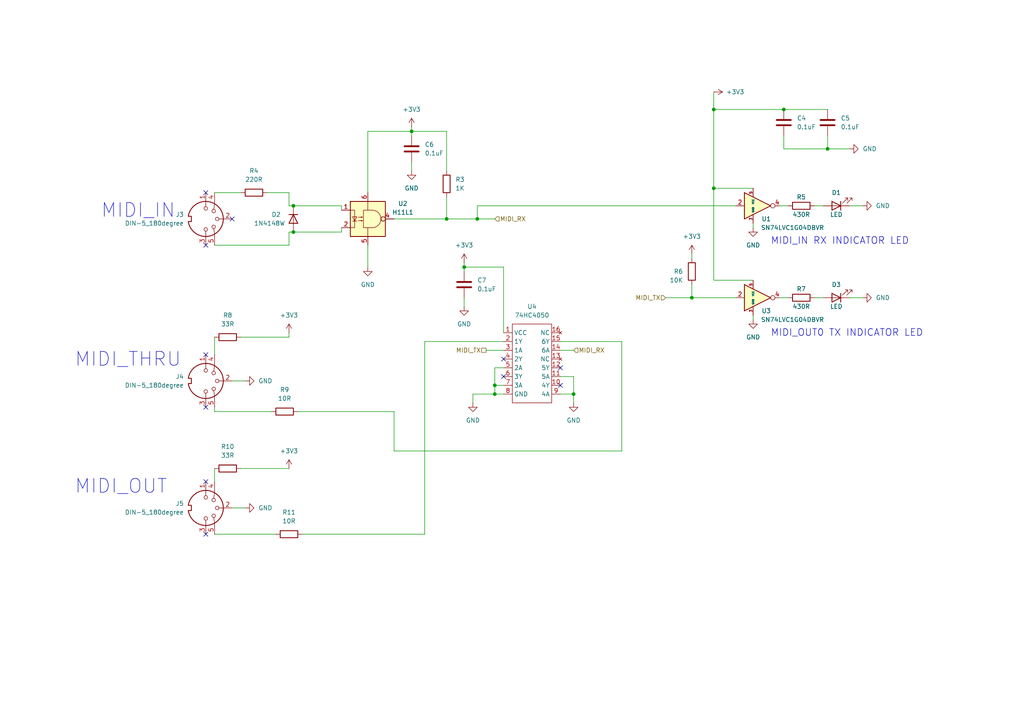
<source format=kicad_sch>
(kicad_sch (version 20211123) (generator eeschema)
  (paper "A4")
  (lib_symbols
    (symbol "Connector:DIN-5_180degree" (pin_names (offset 1.016))
      (property "Reference" "J" (at 3.175 5.715 0))
      (property "Value" "DIN-5_180degree" (at 0 -6.35 0))
      (symbol "DIN-5_180degree_0_1"
        (arc (start -5.08 0) (mid -3.8609 -3.3364) (end -0.762 -5.08) (stroke (width 0.254)))
        (circle (center -3.048 0) (radius 0.508))
        (circle (center -2.286 2.286) (radius 0.508))
        (polyline (pts (xy -5.08 0) (xy -3.556 0)))
        (polyline (pts (xy 0 5.08) (xy 0 3.81)))
        (polyline (pts (xy 5.08 0) (xy 3.556 0)))
        (polyline (pts (xy -5.08 2.54) (xy -4.318 2.54) (xy -2.794 2.286)))
        (polyline (pts (xy 5.08 2.54) (xy 4.318 2.54) (xy 2.794 2.286)))
        (polyline (pts (xy -0.762 -4.953) (xy -0.762 -4.191) (xy 0.762 -4.191) (xy 0.762 -4.953)) (stroke (width 0.254)))
        (circle (center 0 3.302) (radius 0.508))
        (arc (start 0.762 -5.08) (mid 3.8685 -3.343) (end 5.08 0) (stroke (width 0.254)))
        (circle (center 2.286 2.286) (radius 0.508))
        (circle (center 3.048 0) (radius 0.508))
        (arc (start 5.08 0) (mid 0 5.08) (end -5.08 0) (stroke (width 0.254)))
      )
      (symbol "DIN-5_180degree_1_1"
        (pin passive line (at -7.62 0 0) (length 2.54) (name "~") (number "1"))
        (pin passive line (at 0 7.62 270) (length 2.54) (name "~") (number "2"))
        (pin passive line (at 7.62 0 180) (length 2.54) (name "~") (number "3"))
        (pin passive line (at -7.62 2.54 0) (length 2.54) (name "~") (number "4"))
        (pin passive line (at 7.62 2.54 180) (length 2.54) (name "~") (number "5"))
      )
    )
    (symbol "Device:C" (pin_numbers hide) (pin_names (offset 0.254))
      (property "Reference" "C" (at 0.635 2.54 0))
      (property "Value" "C" (at 0.635 -2.54 0))
      (symbol "C_0_1"
        (polyline (pts (xy -2.032 -0.762) (xy 2.032 -0.762)) (stroke (width 0.508)))
        (polyline (pts (xy -2.032 0.762) (xy 2.032 0.762)) (stroke (width 0.508)))
      )
      (symbol "C_1_1"
        (pin passive line (at 0 3.81 270) (length 2.794) (name "~") (number "1"))
        (pin passive line (at 0 -3.81 90) (length 2.794) (name "~") (number "2"))
      )
    )
    (symbol "Device:LED" (pin_numbers hide) (pin_names (offset 1.016) hide)
      (property "Reference" "D" (at 0 2.54 0))
      (property "Value" "LED" (at 0 -2.54 0))
      (symbol "LED_0_1"
        (polyline (pts (xy -1.27 -1.27) (xy -1.27 1.27)) (stroke (width 0.254)))
        (polyline (pts (xy -1.27 0) (xy 1.27 0)))
        (polyline (pts (xy 1.27 -1.27) (xy 1.27 1.27) (xy -1.27 0) (xy 1.27 -1.27)) (stroke (width 0.254)))
        (polyline (pts (xy -3.048 -0.762) (xy -4.572 -2.286) (xy -3.81 -2.286) (xy -4.572 -2.286) (xy -4.572 -1.524)))
        (polyline (pts (xy -1.778 -0.762) (xy -3.302 -2.286) (xy -2.54 -2.286) (xy -3.302 -2.286) (xy -3.302 -1.524)))
      )
      (symbol "LED_1_1"
        (pin passive line (at -3.81 0 0) (length 2.54) (name "K") (number "1"))
        (pin passive line (at 3.81 0 180) (length 2.54) (name "A") (number "2"))
      )
    )
    (symbol "Device:R" (pin_numbers hide) (pin_names (offset 0))
      (property "Reference" "R" (at 2.032 0 90))
      (property "Value" "R" (at 0 0 90))
      (symbol "R_0_1"
        (rectangle (start -1.016 -2.54) (end 1.016 2.54) (stroke (width 0.254)))
      )
      (symbol "R_1_1"
        (pin passive line (at 0 3.81 270) (length 1.27) (name "~") (number "1"))
        (pin passive line (at 0 -3.81 90) (length 1.27) (name "~") (number "2"))
      )
    )
    (symbol "Diode:1N4148" (pin_numbers hide) (pin_names (offset 1.016) hide)
      (property "Reference" "D" (at 0 2.54 0))
      (property "Value" "1N4148" (at 0 -2.54 0))
      (symbol "1N4148_0_1"
        (polyline (pts (xy -1.27 1.27) (xy -1.27 -1.27)) (stroke (width 0.254)))
        (polyline (pts (xy 1.27 0) (xy -1.27 0)))
        (polyline (pts (xy 1.27 1.27) (xy 1.27 -1.27) (xy -1.27 0) (xy 1.27 1.27)) (stroke (width 0.254)))
      )
      (symbol "1N4148_1_1"
        (pin passive line (at -3.81 0 0) (length 2.54) (name "K") (number "1"))
        (pin passive line (at 3.81 0 180) (length 2.54) (name "A") (number "2"))
      )
    )
    (symbol "Isolator:H11L1" (pin_names (offset 1.016))
      (property "Reference" "U" (at 1.27 8.89 0))
      (property "Value" "H11L1" (at 1.27 6.35 0))
      (symbol "H11L1_0_1"
        (rectangle (start -5.08 5.08) (end 5.08 -5.08) (stroke (width 0.254)) (fill (type background)))
        (polyline (pts (xy -4.445 -0.635) (xy -3.175 -0.635)))
        (polyline (pts (xy 0 2.54) (xy 0 5.08)))
        (polyline (pts (xy 0 -2.54) (xy 0 -5.08) (xy 0 -3.81)))
        (polyline (pts (xy -5.08 -2.54) (xy -3.81 -2.54) (xy -3.81 2.54) (xy -5.08 2.54)))
        (polyline (pts (xy -3.81 -0.635) (xy -4.445 0.635) (xy -3.175 0.635) (xy -3.81 -0.635)))
        (polyline (pts (xy 1.27 -2.54) (xy -1.27 -2.54) (xy -1.27 2.54) (xy 1.27 2.54)))
        (polyline (pts (xy -2.794 -0.508) (xy -1.524 -0.508) (xy -1.905 -0.635) (xy -1.905 -0.381) (xy -1.524 -0.508)))
        (polyline (pts (xy -2.794 0.508) (xy -1.524 0.508) (xy -1.905 0.381) (xy -1.905 0.635) (xy -1.524 0.508)))
        (arc (start 1.27 -2.54) (mid 3.81 0) (end 1.27 2.54))
      )
      (symbol "H11L1_1_1"
        (pin passive line (at -7.62 2.54 0) (length 2.54) (name "~") (number "1"))
        (pin passive line (at -7.62 -2.54 0) (length 2.54) (name "~") (number "2"))
        (pin no_connect line (at -5.08 0 0) (length 2.54) hide (name "~") (number "3"))
        (pin output inverted (at 7.62 0 180) (length 3.81) (name "~") (number "4"))
        (pin power_in line (at 0 -7.62 90) (length 2.54) (name "~") (number "5"))
        (pin power_in line (at 0 7.62 270) (length 2.54) (name "~") (number "6"))
      )
    )
    (symbol "User_Global_Symbols:74HC4050"
      (property "Reference" "U" (at 0 -1.27 0))
      (property "Value" "74HC4050" (at 0 -3.81 0))
      (symbol "74HC4050_0_1"
        (rectangle (start -6.35 22.86) (end 5.08 0))
      )
      (symbol "74HC4050_1_1"
        (pin power_in line (at -8.89 20.32 0) (length 2.54) (name "VCC") (number "1"))
        (pin output line (at 7.62 5.08 180) (length 2.54) (name "4Y") (number "10"))
        (pin input line (at 7.62 7.62 180) (length 2.54) (name "5A") (number "11"))
        (pin output line (at 7.62 10.16 180) (length 2.54) (name "5Y") (number "12"))
        (pin no_connect line (at 7.62 12.7 180) (length 2.54) (name "NC") (number "13"))
        (pin input line (at 7.62 15.24 180) (length 2.54) (name "6A") (number "14"))
        (pin output line (at 7.62 17.78 180) (length 2.54) (name "6Y") (number "15"))
        (pin no_connect line (at 7.62 20.32 180) (length 2.54) (name "NC") (number "16"))
        (pin output line (at -8.89 17.78 0) (length 2.54) (name "1Y") (number "2"))
        (pin input line (at -8.89 15.24 0) (length 2.54) (name "1A") (number "3"))
        (pin output line (at -8.89 12.7 0) (length 2.54) (name "2Y") (number "4"))
        (pin input line (at -8.89 10.16 0) (length 2.54) (name "2A") (number "5"))
        (pin output line (at -8.89 7.62 0) (length 2.54) (name "3Y") (number "6"))
        (pin input line (at -8.89 5.08 0) (length 2.54) (name "3A") (number "7"))
        (pin power_in line (at -8.89 2.54 0) (length 2.54) (name "GND") (number "8"))
        (pin input line (at 7.62 2.54 180) (length 2.54) (name "4A") (number "9"))
      )
    )
    (symbol "User_Global_Symbols:SN74LVC1G04DBVR"
      (property "Reference" "U" (at 3.81 7.62 0))
      (property "Value" "SN74LVC1G04DBVR" (at 8.89 5.08 0))
      (symbol "SN74LVC1G04DBVR_0_1"
        (polyline (pts (xy -2.54 3.81) (xy -2.54 -3.81) (xy 5.08 0) (xy -2.54 3.81)) (stroke (width 0.254)) (fill (type background)))
        (circle (center 5.715 0) (radius 0.635))
      )
      (symbol "SN74LVC1G04DBVR_1_1"
        (pin no_connect line (at -8.89 5.08 0) (length 2.54) hide (name "NC") (number "1"))
        (pin input line (at -5.08 0 0) (length 2.54) (name "~") (number "2"))
        (pin power_in line (at 0 -5.08 90) (length 2.54) (name "GND") (number "3"))
        (pin output line (at 7.62 0 180) (length 1.27) (name "~") (number "4"))
        (pin power_in line (at 0 5.08 270) (length 2.54) (name "VCC") (number "5"))
      )
    )
    (symbol "power:+3.3V" (power) (pin_names (offset 0))
      (property "Value" "+3.3V" (at 0 3.556 0))
      (symbol "+3.3V_0_1"
        (polyline (pts (xy -0.762 1.27) (xy 0 2.54)))
        (polyline (pts (xy 0 0) (xy 0 2.54)))
        (polyline (pts (xy 0 2.54) (xy 0.762 1.27)))
      )
      (symbol "+3.3V_1_1"
        (pin power_in line (at 0 0 90) (length 0) hide (name "+3V3") (number "1"))
      )
    )
    (symbol "power:GND" (power) (pin_names (offset 0))
      (property "Value" "GND" (at 0 -3.81 0))
      (symbol "GND_0_1"
        (polyline (pts (xy 0 0) (xy 0 -1.27) (xy 1.27 -1.27) (xy 0 -2.54) (xy -1.27 -1.27) (xy 0 -1.27)))
      )
      (symbol "GND_1_1"
        (pin power_in line (at 0 0 270) (length 0) hide (name "GND") (number "1"))
      )
    )
  )
  (junction (at 227.33 31.75))
  (junction (at 207.01 31.75))
  (junction (at 166.37 114.3))
  (junction (at 138.43 63.5))
  (junction (at 143.51 114.3))
  (junction (at 143.51 111.76))
  (junction (at 207.01 54.61))
  (junction (at 119.38 38.1))
  (junction (at 200.66 86.36))
  (junction (at 85.09 67.31))
  (junction (at 85.09 59.69))
  (junction (at 240.03 43.18))
  (junction (at 129.54 63.5))
  (junction (at 134.62 77.47))
  (no_connect (at 67.31 63.5))
  (no_connect (at 59.69 71.12))
  (no_connect (at 146.05 104.14))
  (no_connect (at 146.05 109.22))
  (no_connect (at 59.69 102.87))
  (no_connect (at 59.69 118.11))
  (no_connect (at 59.69 139.7))
  (no_connect (at 59.69 154.94))
  (no_connect (at 59.69 55.88))
  (no_connect (at 162.56 106.68))
  (no_connect (at 162.56 111.76))
  (wire (pts (xy 246.38 59.69) (xy 250.19 59.69)))
  (wire (pts (xy 207.01 31.75) (xy 207.01 54.61)))
  (wire (pts (xy 146.05 111.76) (xy 143.51 111.76)))
  (wire (pts (xy 119.38 38.1) (xy 129.54 38.1)))
  (wire (pts (xy 200.66 82.55) (xy 200.66 86.36)))
  (wire (pts (xy 207.01 54.61) (xy 218.44 54.61)))
  (wire (pts (xy 85.09 67.31) (xy 99.06 67.31)))
  (wire (pts (xy 236.22 59.69) (xy 238.76 59.69)))
  (wire (pts (xy 62.23 154.94) (xy 80.01 154.94)))
  (wire (pts (xy 106.68 55.88) (xy 106.68 38.1)))
  (wire (pts (xy 207.01 54.61) (xy 207.01 81.28)))
  (wire (pts (xy 146.05 77.47) (xy 146.05 96.52)))
  (wire (pts (xy 83.82 67.31) (xy 85.09 67.31)))
  (wire (pts (xy 162.56 114.3) (xy 166.37 114.3)))
  (wire (pts (xy 114.3 63.5) (xy 129.54 63.5)))
  (wire (pts (xy 138.43 63.5) (xy 143.51 63.5)))
  (wire (pts (xy 134.62 77.47) (xy 146.05 77.47)))
  (wire (pts (xy 146.05 114.3) (xy 143.51 114.3)))
  (wire (pts (xy 218.44 91.44) (xy 218.44 92.71)))
  (wire (pts (xy 134.62 77.47) (xy 134.62 78.74)))
  (wire (pts (xy 200.66 86.36) (xy 213.36 86.36)))
  (wire (pts (xy 213.36 59.69) (xy 138.43 59.69)))
  (wire (pts (xy 83.82 55.88) (xy 83.82 59.69)))
  (wire (pts (xy 62.23 55.88) (xy 69.85 55.88)))
  (wire (pts (xy 119.38 38.1) (xy 119.38 39.37)))
  (wire (pts (xy 62.23 102.87) (xy 62.23 97.79)))
  (wire (pts (xy 207.01 26.67) (xy 207.01 31.75)))
  (wire (pts (xy 227.33 43.18) (xy 240.03 43.18)))
  (wire (pts (xy 106.68 71.12) (xy 106.68 77.47)))
  (wire (pts (xy 106.68 38.1) (xy 119.38 38.1)))
  (wire (pts (xy 119.38 36.83) (xy 119.38 38.1)))
  (wire (pts (xy 114.3 130.81) (xy 114.3 119.38)))
  (wire (pts (xy 207.01 31.75) (xy 227.33 31.75)))
  (wire (pts (xy 83.82 97.79) (xy 83.82 96.52)))
  (wire (pts (xy 240.03 39.37) (xy 240.03 43.18)))
  (wire (pts (xy 227.33 39.37) (xy 227.33 43.18)))
  (wire (pts (xy 140.97 101.6) (xy 146.05 101.6)))
  (wire (pts (xy 162.56 101.6) (xy 166.37 101.6)))
  (wire (pts (xy 134.62 88.9) (xy 134.62 86.36)))
  (wire (pts (xy 227.33 31.75) (xy 240.03 31.75)))
  (wire (pts (xy 236.22 86.36) (xy 238.76 86.36)))
  (wire (pts (xy 129.54 63.5) (xy 138.43 63.5)))
  (wire (pts (xy 86.36 119.38) (xy 114.3 119.38)))
  (wire (pts (xy 85.09 59.69) (xy 99.06 59.69)))
  (wire (pts (xy 246.38 86.36) (xy 250.19 86.36)))
  (wire (pts (xy 166.37 114.3) (xy 166.37 109.22)))
  (wire (pts (xy 180.34 99.06) (xy 180.34 130.81)))
  (wire (pts (xy 143.51 114.3) (xy 137.16 114.3)))
  (wire (pts (xy 129.54 38.1) (xy 129.54 49.53)))
  (wire (pts (xy 123.19 154.94) (xy 87.63 154.94)))
  (wire (pts (xy 99.06 60.96) (xy 99.06 59.69)))
  (wire (pts (xy 129.54 57.15) (xy 129.54 63.5)))
  (wire (pts (xy 143.51 111.76) (xy 143.51 114.3)))
  (wire (pts (xy 193.04 86.36) (xy 200.66 86.36)))
  (wire (pts (xy 123.19 99.06) (xy 123.19 154.94)))
  (wire (pts (xy 62.23 71.12) (xy 83.82 71.12)))
  (wire (pts (xy 218.44 64.77) (xy 218.44 66.04)))
  (wire (pts (xy 226.06 59.69) (xy 228.6 59.69)))
  (wire (pts (xy 162.56 99.06) (xy 180.34 99.06)))
  (wire (pts (xy 62.23 139.7) (xy 62.23 135.89)))
  (wire (pts (xy 134.62 76.2) (xy 134.62 77.47)))
  (wire (pts (xy 162.56 109.22) (xy 166.37 109.22)))
  (wire (pts (xy 207.01 81.28) (xy 218.44 81.28)))
  (wire (pts (xy 78.74 119.38) (xy 62.23 119.38)))
  (wire (pts (xy 83.82 71.12) (xy 83.82 67.31)))
  (wire (pts (xy 226.06 86.36) (xy 228.6 86.36)))
  (wire (pts (xy 62.23 119.38) (xy 62.23 118.11)))
  (wire (pts (xy 138.43 59.69) (xy 138.43 63.5)))
  (wire (pts (xy 77.47 55.88) (xy 83.82 55.88)))
  (wire (pts (xy 137.16 114.3) (xy 137.16 116.84)))
  (wire (pts (xy 200.66 73.66) (xy 200.66 74.93)))
  (wire (pts (xy 119.38 46.99) (xy 119.38 49.53)))
  (wire (pts (xy 146.05 99.06) (xy 123.19 99.06)))
  (wire (pts (xy 143.51 106.68) (xy 143.51 111.76)))
  (wire (pts (xy 180.34 130.81) (xy 114.3 130.81)))
  (wire (pts (xy 146.05 106.68) (xy 143.51 106.68)))
  (wire (pts (xy 240.03 43.18) (xy 246.38 43.18)))
  (wire (pts (xy 67.31 147.32) (xy 71.12 147.32)))
  (wire (pts (xy 69.85 135.89) (xy 83.82 135.89)))
  (wire (pts (xy 83.82 59.69) (xy 85.09 59.69)))
  (wire (pts (xy 99.06 66.04) (xy 99.06 67.31)))
  (wire (pts (xy 69.85 97.79) (xy 83.82 97.79)))
  (wire (pts (xy 166.37 114.3) (xy 166.37 116.84)))
  (wire (pts (xy 67.31 110.49) (xy 71.12 110.49)))
  (text "MIDI_OUT0 TX INDICATOR LED" (at 223.52 97.79 0) (effects (font (size 2 2)) (justify left bottom)))
  (text "MIDI_THRU\n" (at 21.59 106.68 0) (effects (font (size 4 4)) (justify left bottom)))
  (text "MIDI_OUT" (at 21.59 143.51 0) (effects (font (size 4 4)) (justify left bottom)))
  (text "MIDI_IN\n" (at 29.21 63.5 0) (effects (font (size 4 4)) (justify left bottom)))
  (text "MIDI_IN RX INDICATOR LED" (at 223.52 71.12 0) (effects (font (size 2 2)) (justify left bottom)))
  (hierarchical_label "MIDI_RX" (shape input) (at 143.51 63.5 0))
  (hierarchical_label "MIDI_RX" (shape input) (at 166.37 101.6 0))
  (hierarchical_label "MIDI_TX" (shape input) (at 193.04 86.36 180))
  (hierarchical_label "MIDI_TX" (shape passive) (at 140.97 101.6 180))
  (symbol (lib_id "Isolator:H11L1") (at 106.68 63.5 0) (unit 1)
    (property "Reference" "U2" (at 116.84 59.055 0))
    (property "Value" "H11L1" (at 116.84 61.595 0))
    (property "Footprint" "Package_DIP:DIP-6_W7.62mm_Socket" (effects hide))
    (property "Datasheet" "https://www.onsemi.com/pub/Collateral/H11L3M-D.PDF" (effects hide))
  )
  (symbol (lib_id "power:+3.3V") (at 200.66 73.66 0) (unit 1)
    (property "Reference" "#PWR013" (effects hide))
    (property "Value" "+3.3V" (at 200.66 68.58 0))
  )
  (symbol (lib_id "Device:LED") (at 242.57 59.69 180) (unit 1)
    (property "Reference" "D1" (at 242.57 55.88 0))
    (property "Value" "LED" (at 242.57 62.23 0))
    (property "Footprint" "LED_SMD:LED_0805_2012Metric" (effects hide))
  )
  (symbol (lib_id "Device:R") (at 232.41 59.69 90) (unit 1)
    (property "Reference" "R5" (at 232.41 57.15 90))
    (property "Value" "430R" (at 232.41 62.23 90))
    (property "Footprint" "Resistor_SMD:R_0603_1608Metric" (effects hide))
    (property "LCSC" "C23170" (effects hide))
  )
  (symbol (lib_id "power:+3.3V") (at 83.82 96.52 0) (unit 1)
    (property "Reference" "#PWR019" (effects hide))
    (property "Value" "+3.3V" (at 83.82 91.44 0))
  )
  (symbol (lib_id "Device:R") (at 66.04 97.79 90) (unit 1)
    (property "Reference" "R8" (at 66.04 91.44 90))
    (property "Value" "33R" (at 66.04 93.98 90))
    (property "Footprint" "Resistor_SMD:R_0603_1608Metric" (effects hide))
    (property "LCSC" "C844927" (effects hide))
  )
  (symbol (lib_id "Connector:DIN-5_180degree") (at 59.69 147.32 270) (unit 1)
    (property "Reference" "J5" (at 53.34 146.05 90) (effects (justify right)))
    (property "Value" "DIN-5_180degree" (at 53.34 148.59 90) (effects (justify right)))
    (property "Footprint" "User_Global_Library:5PIN_DIN" (effects hide))
    (property "Datasheet" "http://www.mouser.com/ds/2/18/40_c091_abd_e-75918.pdf" (effects hide))
  )
  (symbol (lib_id "Device:R") (at 232.41 86.36 90) (unit 1)
    (property "Reference" "R7" (at 232.41 83.82 90))
    (property "Value" "430R" (at 232.41 88.9 90))
    (property "Footprint" "Resistor_SMD:R_0603_1608Metric" (effects hide))
    (property "LCSC" "C23170" (effects hide))
  )
  (symbol (lib_id "Diode:1N4148") (at 85.09 63.5 270) (unit 1)
    (property "Reference" "D2" (at 78.74 62.23 90) (effects (justify left)))
    (property "Value" "1N4148W" (at 73.66 64.77 90) (effects (justify left)))
    (property "Footprint" "Diode_SMD:D_SOD-123" (effects hide))
    (property "LCSC" "C81598" (effects hide))
  )
  (symbol (lib_id "Device:R") (at 200.66 78.74 180) (unit 1)
    (property "Reference" "R6" (at 198.12 78.74 0) (effects (justify left)))
    (property "Value" "10K" (at 198.12 81.28 0) (effects (justify left)))
    (property "Footprint" "Resistor_SMD:R_0603_1608Metric" (effects hide))
    (property "LCSC" "C25804" (effects hide))
  )
  (symbol (lib_id "power:GND") (at 71.12 147.32 90) (unit 1)
    (property "Reference" "#PWR024" (effects hide))
    (property "Value" "GND" (at 74.93 147.3199 90) (effects (justify right)))
  )
  (symbol (lib_id "power:+3.3V") (at 207.01 26.67 270) (unit 1)
    (property "Reference" "#PWR07" (effects hide))
    (property "Value" "+3.3V" (at 215.9 26.67 90) (effects (justify right)))
  )
  (symbol (lib_id "User_Global_Symbols:SN74LVC1G04DBVR") (at 218.44 59.69 0) (unit 1)
    (property "Reference" "U1" (at 222.25 63.5 0))
    (property "Value" "SN74LVC1G04DBVR" (at 229.87 66.04 0))
    (property "Footprint" "Package_TO_SOT_SMD:SOT-23-5" (effects hide))
    (property "LCSC" "C7827" (effects hide))
  )
  (symbol (lib_id "power:GND") (at 134.62 88.9 0) (unit 1)
    (property "Reference" "#PWR017" (effects hide))
    (property "Value" "GND" (at 134.62 93.98 0))
  )
  (symbol (lib_id "Device:C") (at 119.38 43.18 0) (unit 1)
    (property "Reference" "C6" (at 123.19 41.9099 0) (effects (justify left)))
    (property "Value" "0.1uF" (at 123.19 44.4499 0) (effects (justify left)))
    (property "Footprint" "Capacitor_SMD:C_0603_1608Metric" (effects hide))
    (property "LCSC" "C14663" (effects hide))
  )
  (symbol (lib_id "power:+3.3V") (at 83.82 135.89 0) (unit 1)
    (property "Reference" "#PWR023" (effects hide))
    (property "Value" "+3.3V" (at 83.82 130.81 0))
  )
  (symbol (lib_id "Device:R") (at 73.66 55.88 90) (unit 1)
    (property "Reference" "R4" (at 73.66 49.53 90))
    (property "Value" "220R" (at 73.66 52.07 90))
    (property "Footprint" "Resistor_SMD:R_0603_1608Metric" (effects hide))
    (property "LCSC" "C22962" (effects hide))
  )
  (symbol (lib_id "power:GND") (at 218.44 92.71 0) (unit 1)
    (property "Reference" "#PWR018" (effects hide))
    (property "Value" "GND" (at 218.44 97.79 0))
  )
  (symbol (lib_id "Device:C") (at 240.03 35.56 0) (unit 1)
    (property "Reference" "C5" (at 243.84 34.2899 0) (effects (justify left)))
    (property "Value" "0.1uF" (at 243.84 36.8299 0) (effects (justify left)))
    (property "Footprint" "Capacitor_SMD:C_0603_1608Metric" (effects hide))
    (property "LCSC" "C14663" (effects hide))
  )
  (symbol (lib_id "power:GND") (at 166.37 116.84 0) (unit 1)
    (property "Reference" "#PWR022" (effects hide))
    (property "Value" "GND" (at 166.37 121.92 0))
  )
  (symbol (lib_id "Connector:DIN-5_180degree") (at 59.69 110.49 270) (unit 1)
    (property "Reference" "J4" (at 53.34 109.22 90) (effects (justify right)))
    (property "Value" "DIN-5_180degree" (at 53.34 111.76 90) (effects (justify right)))
    (property "Footprint" "User_Global_Library:5PIN_DIN" (effects hide))
    (property "Datasheet" "http://www.mouser.com/ds/2/18/40_c091_abd_e-75918.pdf" (effects hide))
  )
  (symbol (lib_id "power:GND") (at 71.12 110.49 90) (unit 1)
    (property "Reference" "#PWR020" (effects hide))
    (property "Value" "GND" (at 74.93 110.4899 90) (effects (justify right)))
  )
  (symbol (lib_id "power:GND") (at 137.16 116.84 0) (unit 1)
    (property "Reference" "#PWR021" (effects hide))
    (property "Value" "GND" (at 137.16 121.92 0))
  )
  (symbol (lib_id "power:GND") (at 250.19 86.36 90) (unit 1)
    (property "Reference" "#PWR016" (effects hide))
    (property "Value" "GND" (at 254 86.3599 90) (effects (justify right)))
  )
  (symbol (lib_id "Device:R") (at 66.04 135.89 90) (unit 1)
    (property "Reference" "R10" (at 66.04 129.54 90))
    (property "Value" "33R" (at 66.04 132.08 90))
    (property "Footprint" "Resistor_SMD:R_0603_1608Metric" (effects hide))
    (property "LCSC" "C844927" (effects hide))
  )
  (symbol (lib_id "Device:C") (at 227.33 35.56 0) (unit 1)
    (property "Reference" "C4" (at 231.14 34.2899 0) (effects (justify left)))
    (property "Value" "0.1uF" (at 231.14 36.8299 0) (effects (justify left)))
    (property "Footprint" "Capacitor_SMD:C_0603_1608Metric" (effects hide))
    (property "LCSC" "C14663" (effects hide))
  )
  (symbol (lib_id "power:GND") (at 218.44 66.04 0) (unit 1)
    (property "Reference" "#PWR012" (effects hide))
    (property "Value" "GND" (at 218.44 71.12 0))
  )
  (symbol (lib_id "power:GND") (at 250.19 59.69 90) (unit 1)
    (property "Reference" "#PWR011" (effects hide))
    (property "Value" "GND" (at 254 59.6899 90) (effects (justify right)))
  )
  (symbol (lib_id "power:GND") (at 119.38 49.53 0) (unit 1)
    (property "Reference" "#PWR010" (effects hide))
    (property "Value" "GND" (at 119.38 54.61 0))
  )
  (symbol (lib_id "Device:R") (at 83.82 154.94 90) (unit 1)
    (property "Reference" "R11" (at 83.82 148.59 90))
    (property "Value" "10R" (at 83.82 151.13 90))
    (property "Footprint" "Resistor_SMD:R_0603_1608Metric" (effects hide))
    (property "LCSC" "C109318" (effects hide))
  )
  (symbol (lib_id "User_Global_Symbols:SN74LVC1G04DBVR") (at 218.44 86.36 0) (unit 1)
    (property "Reference" "U3" (at 222.25 90.17 0))
    (property "Value" "SN74LVC1G04DBVR" (at 229.87 92.71 0))
    (property "Footprint" "Package_TO_SOT_SMD:SOT-23-5" (effects hide))
    (property "LCSC" "C7827" (effects hide))
  )
  (symbol (lib_id "Device:LED") (at 242.57 86.36 180) (unit 1)
    (property "Reference" "D3" (at 242.57 82.55 0))
    (property "Value" "LED" (at 242.57 88.9 0))
    (property "Footprint" "LED_SMD:LED_0805_2012Metric" (effects hide))
  )
  (symbol (lib_id "User_Global_Symbols:74HC4050") (at 154.94 116.84 0) (unit 1)
    (property "Reference" "U4" (at 154.305 88.9 0))
    (property "Value" "74HC4050" (at 154.305 91.44 0))
    (property "Footprint" "Package_SO:SOIC-16_3.9x9.9mm_P1.27mm" (effects hide))
    (property "LCSC" "C43181" (effects hide))
  )
  (symbol (lib_id "Device:C") (at 134.62 82.55 0) (unit 1)
    (property "Reference" "C7" (at 138.43 81.2799 0) (effects (justify left)))
    (property "Value" "0.1uF" (at 138.43 83.8199 0) (effects (justify left)))
    (property "Footprint" "Capacitor_SMD:C_0603_1608Metric" (effects hide))
    (property "LCSC" "C14663" (effects hide))
  )
  (symbol (lib_id "Device:R") (at 129.54 53.34 180) (unit 1)
    (property "Reference" "R3" (at 132.08 52.0699 0) (effects (justify right)))
    (property "Value" "1K" (at 132.08 54.6099 0) (effects (justify right)))
    (property "Footprint" "Resistor_SMD:R_0603_1608Metric" (effects hide))
    (property "LCSC" "C21190" (effects hide))
  )
  (symbol (lib_id "power:+3.3V") (at 134.62 76.2 0) (unit 1)
    (property "Reference" "#PWR014" (effects hide))
    (property "Value" "+3.3V" (at 134.62 71.12 0))
  )
  (symbol (lib_id "Device:R") (at 82.55 119.38 90) (unit 1)
    (property "Reference" "R9" (at 82.55 113.03 90))
    (property "Value" "10R" (at 82.55 115.57 90))
    (property "Footprint" "Resistor_SMD:R_0603_1608Metric" (effects hide))
    (property "LCSC" "C109318" (effects hide))
  )
  (symbol (lib_id "Connector:DIN-5_180degree") (at 59.69 63.5 270) (unit 1)
    (property "Reference" "J3" (at 53.34 62.23 90) (effects (justify right)))
    (property "Value" "DIN-5_180degree" (at 53.34 64.77 90) (effects (justify right)))
    (property "Footprint" "User_Global_Library:5PIN_DIN" (effects hide))
    (property "Datasheet" "http://www.mouser.com/ds/2/18/40_c091_abd_e-75918.pdf" (effects hide))
  )
  (symbol (lib_id "power:GND") (at 246.38 43.18 90) (unit 1)
    (property "Reference" "#PWR09" (effects hide))
    (property "Value" "GND" (at 250.19 43.1799 90) (effects (justify right)))
  )
  (symbol (lib_id "power:GND") (at 106.68 77.47 0) (unit 1)
    (property "Reference" "#PWR015" (effects hide))
    (property "Value" "GND" (at 106.68 82.55 0))
  )
  (symbol (lib_id "power:+3.3V") (at 119.38 36.83 0) (unit 1)
    (property "Reference" "#PWR08" (effects hide))
    (property "Value" "+3.3V" (at 119.38 31.75 0))
  )
)
</source>
